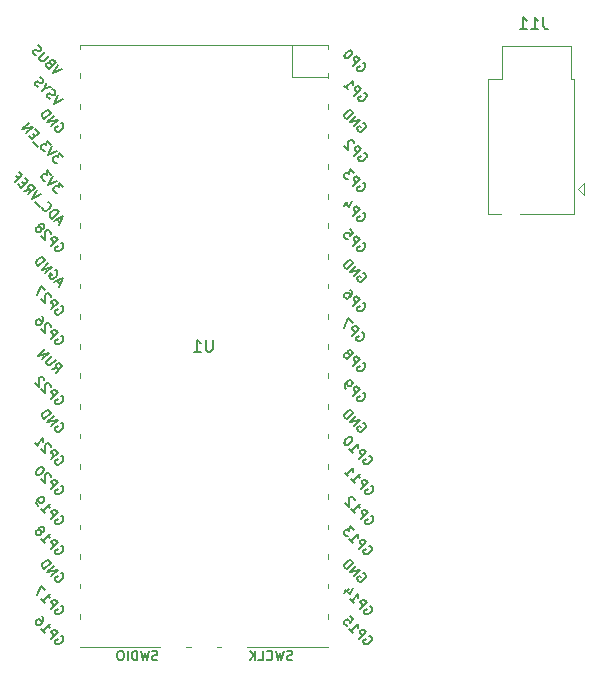
<source format=gbo>
G04 #@! TF.GenerationSoftware,KiCad,Pcbnew,5.1.5+dfsg1-2build2*
G04 #@! TF.CreationDate,2021-07-30T22:35:06+09:00*
G04 #@! TF.ProjectId,40keyboardpico,34306b65-7962-46f6-9172-647069636f2e,rev?*
G04 #@! TF.SameCoordinates,Original*
G04 #@! TF.FileFunction,Legend,Bot*
G04 #@! TF.FilePolarity,Positive*
%FSLAX46Y46*%
G04 Gerber Fmt 4.6, Leading zero omitted, Abs format (unit mm)*
G04 Created by KiCad (PCBNEW 5.1.5+dfsg1-2build2) date 2021-07-30 22:35:06*
%MOMM*%
%LPD*%
G04 APERTURE LIST*
%ADD10C,0.120000*%
%ADD11C,0.150000*%
G04 APERTURE END LIST*
D10*
X140505000Y-132180000D02*
X140105000Y-132180000D01*
X143105000Y-132180000D02*
X142705000Y-132180000D01*
X131105000Y-132180000D02*
X137905000Y-132180000D01*
X131105000Y-121780000D02*
X131105000Y-122180000D01*
X131105000Y-114080000D02*
X131105000Y-114480000D01*
X131105000Y-88680000D02*
X131105000Y-89080000D01*
X131105000Y-81180000D02*
X131105000Y-81480000D01*
X131105000Y-103980000D02*
X131105000Y-104380000D01*
X131105000Y-119180000D02*
X131105000Y-119580000D01*
X131105000Y-98880000D02*
X131105000Y-99280000D01*
X131105000Y-93780000D02*
X131105000Y-94180000D01*
X131105000Y-106480000D02*
X131105000Y-106880000D01*
X131105000Y-111580000D02*
X131105000Y-111980000D01*
X131105000Y-126780000D02*
X131105000Y-127180000D01*
X131105000Y-129380000D02*
X131105000Y-129780000D01*
X131105000Y-124280000D02*
X131105000Y-124680000D01*
X131105000Y-91280000D02*
X131105000Y-91680000D01*
X131105000Y-83580000D02*
X131105000Y-83980000D01*
X131105000Y-86180000D02*
X131105000Y-86580000D01*
X131105000Y-116680000D02*
X131105000Y-117080000D01*
X131105000Y-108980000D02*
X131105000Y-109380000D01*
X131105000Y-101380000D02*
X131105000Y-101780000D01*
X131105000Y-96280000D02*
X131105000Y-96680000D01*
X152105000Y-129380000D02*
X152105000Y-129780000D01*
X152105000Y-126780000D02*
X152105000Y-127180000D01*
X152105000Y-124280000D02*
X152105000Y-124680000D01*
X152105000Y-121780000D02*
X152105000Y-122180000D01*
X152105000Y-119180000D02*
X152105000Y-119580000D01*
X152105000Y-116680000D02*
X152105000Y-117080000D01*
X152105000Y-114080000D02*
X152105000Y-114480000D01*
X152105000Y-111580000D02*
X152105000Y-111980000D01*
X152105000Y-108980000D02*
X152105000Y-109380000D01*
X152105000Y-106480000D02*
X152105000Y-106880000D01*
X152105000Y-103980000D02*
X152105000Y-104380000D01*
X152105000Y-101380000D02*
X152105000Y-101780000D01*
X152105000Y-98880000D02*
X152105000Y-99280000D01*
X152105000Y-96280000D02*
X152105000Y-96680000D01*
X152105000Y-93780000D02*
X152105000Y-94180000D01*
X152105000Y-91280000D02*
X152105000Y-91680000D01*
X152105000Y-88680000D02*
X152105000Y-89080000D01*
X152105000Y-86180000D02*
X152105000Y-86580000D01*
X152105000Y-83580000D02*
X152105000Y-83980000D01*
X152105000Y-81180000D02*
X152105000Y-81480000D01*
X149098000Y-83847000D02*
X149098000Y-81180000D01*
X152105000Y-83847000D02*
X149098000Y-83847000D01*
X145305000Y-132180000D02*
X152105000Y-132180000D01*
X152105000Y-81180000D02*
X131105000Y-81180000D01*
X173785000Y-93845000D02*
X173285000Y-93345000D01*
X173785000Y-92845000D02*
X173785000Y-93845000D01*
X173285000Y-93345000D02*
X173785000Y-92845000D01*
X172985000Y-84045000D02*
X172985000Y-95445000D01*
X172985000Y-95445000D02*
X168385000Y-95445000D01*
X165685000Y-95445000D02*
X166785000Y-95445000D01*
X166885000Y-84045000D02*
X165685000Y-84045000D01*
X172985000Y-84045000D02*
X172685000Y-84045000D01*
X166885000Y-81245000D02*
X172685000Y-81245000D01*
X165685000Y-84045000D02*
X165685000Y-95445000D01*
X166885000Y-84045000D02*
X166885000Y-81245000D01*
X172685000Y-84045000D02*
X172685000Y-81245000D01*
D11*
X142366904Y-106132380D02*
X142366904Y-106941904D01*
X142319285Y-107037142D01*
X142271666Y-107084761D01*
X142176428Y-107132380D01*
X141985952Y-107132380D01*
X141890714Y-107084761D01*
X141843095Y-107037142D01*
X141795476Y-106941904D01*
X141795476Y-106132380D01*
X140795476Y-107132380D02*
X141366904Y-107132380D01*
X141081190Y-107132380D02*
X141081190Y-106132380D01*
X141176428Y-106275238D01*
X141271666Y-106370476D01*
X141366904Y-106418095D01*
X155191903Y-85201218D02*
X155272715Y-85228155D01*
X155353528Y-85308967D01*
X155407402Y-85416717D01*
X155407402Y-85524467D01*
X155380465Y-85605279D01*
X155299653Y-85739966D01*
X155218841Y-85820778D01*
X155084154Y-85901590D01*
X155003341Y-85928528D01*
X154895592Y-85928528D01*
X154787842Y-85874653D01*
X154733967Y-85820778D01*
X154680093Y-85713028D01*
X154680093Y-85659154D01*
X154868654Y-85470592D01*
X154976404Y-85578341D01*
X154383781Y-85470592D02*
X154949467Y-84904906D01*
X154733967Y-84689407D01*
X154653155Y-84662470D01*
X154599280Y-84662470D01*
X154518468Y-84689407D01*
X154437656Y-84770219D01*
X154410719Y-84851032D01*
X154410719Y-84904906D01*
X154437656Y-84985719D01*
X154653155Y-85201218D01*
X153521784Y-84608595D02*
X153845033Y-84931844D01*
X153683409Y-84770219D02*
X154249094Y-84204534D01*
X154222157Y-84339221D01*
X154222157Y-84446971D01*
X154249094Y-84527783D01*
X155191903Y-90291218D02*
X155272715Y-90318155D01*
X155353528Y-90398967D01*
X155407402Y-90506717D01*
X155407402Y-90614467D01*
X155380465Y-90695279D01*
X155299653Y-90829966D01*
X155218841Y-90910778D01*
X155084154Y-90991590D01*
X155003341Y-91018528D01*
X154895592Y-91018528D01*
X154787842Y-90964653D01*
X154733967Y-90910778D01*
X154680093Y-90803028D01*
X154680093Y-90749154D01*
X154868654Y-90560592D01*
X154976404Y-90668341D01*
X154383781Y-90560592D02*
X154949467Y-89994906D01*
X154733967Y-89779407D01*
X154653155Y-89752470D01*
X154599280Y-89752470D01*
X154518468Y-89779407D01*
X154437656Y-89860219D01*
X154410719Y-89941032D01*
X154410719Y-89994906D01*
X154437656Y-90075719D01*
X154653155Y-90291218D01*
X154356844Y-89510033D02*
X154356844Y-89456158D01*
X154329906Y-89375346D01*
X154195219Y-89240659D01*
X154114407Y-89213722D01*
X154060532Y-89213722D01*
X153979720Y-89240659D01*
X153925845Y-89294534D01*
X153871971Y-89402284D01*
X153871971Y-90048781D01*
X153521784Y-89698595D01*
X155091903Y-82671218D02*
X155172715Y-82698155D01*
X155253528Y-82778967D01*
X155307402Y-82886717D01*
X155307402Y-82994467D01*
X155280465Y-83075279D01*
X155199653Y-83209966D01*
X155118841Y-83290778D01*
X154984154Y-83371590D01*
X154903341Y-83398528D01*
X154795592Y-83398528D01*
X154687842Y-83344653D01*
X154633967Y-83290778D01*
X154580093Y-83183028D01*
X154580093Y-83129154D01*
X154768654Y-82940592D01*
X154876404Y-83048341D01*
X154283781Y-82940592D02*
X154849467Y-82374906D01*
X154633967Y-82159407D01*
X154553155Y-82132470D01*
X154499280Y-82132470D01*
X154418468Y-82159407D01*
X154337656Y-82240219D01*
X154310719Y-82321032D01*
X154310719Y-82374906D01*
X154337656Y-82455719D01*
X154553155Y-82671218D01*
X154176032Y-81701471D02*
X154122157Y-81647597D01*
X154041345Y-81620659D01*
X153987470Y-81620659D01*
X153906658Y-81647597D01*
X153771971Y-81728409D01*
X153637284Y-81863096D01*
X153556471Y-81997783D01*
X153529534Y-82078595D01*
X153529534Y-82132470D01*
X153556471Y-82213282D01*
X153610346Y-82267157D01*
X153691158Y-82294094D01*
X153745033Y-82294094D01*
X153825845Y-82267157D01*
X153960532Y-82186345D01*
X154095219Y-82051658D01*
X154176032Y-81916971D01*
X154202969Y-81836158D01*
X154202969Y-81782284D01*
X154176032Y-81701471D01*
X155091903Y-92831218D02*
X155172715Y-92858155D01*
X155253528Y-92938967D01*
X155307402Y-93046717D01*
X155307402Y-93154467D01*
X155280465Y-93235279D01*
X155199653Y-93369966D01*
X155118841Y-93450778D01*
X154984154Y-93531590D01*
X154903341Y-93558528D01*
X154795592Y-93558528D01*
X154687842Y-93504653D01*
X154633967Y-93450778D01*
X154580093Y-93343028D01*
X154580093Y-93289154D01*
X154768654Y-93100592D01*
X154876404Y-93208341D01*
X154283781Y-93100592D02*
X154849467Y-92534906D01*
X154633967Y-92319407D01*
X154553155Y-92292470D01*
X154499280Y-92292470D01*
X154418468Y-92319407D01*
X154337656Y-92400219D01*
X154310719Y-92481032D01*
X154310719Y-92534906D01*
X154337656Y-92615719D01*
X154553155Y-92831218D01*
X154337656Y-92023096D02*
X153987470Y-91672910D01*
X153960532Y-92076971D01*
X153879720Y-91996158D01*
X153798908Y-91969221D01*
X153745033Y-91969221D01*
X153664221Y-91996158D01*
X153529534Y-92130845D01*
X153502597Y-92211658D01*
X153502597Y-92265532D01*
X153529534Y-92346345D01*
X153691158Y-92507969D01*
X153771971Y-92534906D01*
X153825845Y-92534906D01*
X155091903Y-95371218D02*
X155172715Y-95398155D01*
X155253528Y-95478967D01*
X155307402Y-95586717D01*
X155307402Y-95694467D01*
X155280465Y-95775279D01*
X155199653Y-95909966D01*
X155118841Y-95990778D01*
X154984154Y-96071590D01*
X154903341Y-96098528D01*
X154795592Y-96098528D01*
X154687842Y-96044653D01*
X154633967Y-95990778D01*
X154580093Y-95883028D01*
X154580093Y-95829154D01*
X154768654Y-95640592D01*
X154876404Y-95748341D01*
X154283781Y-95640592D02*
X154849467Y-95074906D01*
X154633967Y-94859407D01*
X154553155Y-94832470D01*
X154499280Y-94832470D01*
X154418468Y-94859407D01*
X154337656Y-94940219D01*
X154310719Y-95021032D01*
X154310719Y-95074906D01*
X154337656Y-95155719D01*
X154553155Y-95371218D01*
X153852783Y-94455346D02*
X153475659Y-94832470D01*
X154202969Y-94374534D02*
X153933595Y-94913282D01*
X153583409Y-94563096D01*
X155091903Y-97911218D02*
X155172715Y-97938155D01*
X155253528Y-98018967D01*
X155307402Y-98126717D01*
X155307402Y-98234467D01*
X155280465Y-98315279D01*
X155199653Y-98449966D01*
X155118841Y-98530778D01*
X154984154Y-98611590D01*
X154903341Y-98638528D01*
X154795592Y-98638528D01*
X154687842Y-98584653D01*
X154633967Y-98530778D01*
X154580093Y-98423028D01*
X154580093Y-98369154D01*
X154768654Y-98180592D01*
X154876404Y-98288341D01*
X154283781Y-98180592D02*
X154849467Y-97614906D01*
X154633967Y-97399407D01*
X154553155Y-97372470D01*
X154499280Y-97372470D01*
X154418468Y-97399407D01*
X154337656Y-97480219D01*
X154310719Y-97561032D01*
X154310719Y-97614906D01*
X154337656Y-97695719D01*
X154553155Y-97911218D01*
X154014407Y-96779847D02*
X154283781Y-97049221D01*
X154041345Y-97345532D01*
X154041345Y-97291658D01*
X154014407Y-97210845D01*
X153879720Y-97076158D01*
X153798908Y-97049221D01*
X153745033Y-97049221D01*
X153664221Y-97076158D01*
X153529534Y-97210845D01*
X153502597Y-97291658D01*
X153502597Y-97345532D01*
X153529534Y-97426345D01*
X153664221Y-97561032D01*
X153745033Y-97587969D01*
X153798908Y-97587969D01*
X155091903Y-102991218D02*
X155172715Y-103018155D01*
X155253528Y-103098967D01*
X155307402Y-103206717D01*
X155307402Y-103314467D01*
X155280465Y-103395279D01*
X155199653Y-103529966D01*
X155118841Y-103610778D01*
X154984154Y-103691590D01*
X154903341Y-103718528D01*
X154795592Y-103718528D01*
X154687842Y-103664653D01*
X154633967Y-103610778D01*
X154580093Y-103503028D01*
X154580093Y-103449154D01*
X154768654Y-103260592D01*
X154876404Y-103368341D01*
X154283781Y-103260592D02*
X154849467Y-102694906D01*
X154633967Y-102479407D01*
X154553155Y-102452470D01*
X154499280Y-102452470D01*
X154418468Y-102479407D01*
X154337656Y-102560219D01*
X154310719Y-102641032D01*
X154310719Y-102694906D01*
X154337656Y-102775719D01*
X154553155Y-102991218D01*
X154041345Y-101886784D02*
X154149094Y-101994534D01*
X154176032Y-102075346D01*
X154176032Y-102129221D01*
X154149094Y-102263908D01*
X154068282Y-102398595D01*
X153852783Y-102614094D01*
X153771971Y-102641032D01*
X153718096Y-102641032D01*
X153637284Y-102614094D01*
X153529534Y-102506345D01*
X153502597Y-102425532D01*
X153502597Y-102371658D01*
X153529534Y-102290845D01*
X153664221Y-102156158D01*
X153745033Y-102129221D01*
X153798908Y-102129221D01*
X153879720Y-102156158D01*
X153987470Y-102263908D01*
X154014407Y-102344720D01*
X154014407Y-102398595D01*
X153987470Y-102479407D01*
X154991903Y-105501218D02*
X155072715Y-105528155D01*
X155153528Y-105608967D01*
X155207402Y-105716717D01*
X155207402Y-105824467D01*
X155180465Y-105905279D01*
X155099653Y-106039966D01*
X155018841Y-106120778D01*
X154884154Y-106201590D01*
X154803341Y-106228528D01*
X154695592Y-106228528D01*
X154587842Y-106174653D01*
X154533967Y-106120778D01*
X154480093Y-106013028D01*
X154480093Y-105959154D01*
X154668654Y-105770592D01*
X154776404Y-105878341D01*
X154183781Y-105770592D02*
X154749467Y-105204906D01*
X154533967Y-104989407D01*
X154453155Y-104962470D01*
X154399280Y-104962470D01*
X154318468Y-104989407D01*
X154237656Y-105070219D01*
X154210719Y-105151032D01*
X154210719Y-105204906D01*
X154237656Y-105285719D01*
X154453155Y-105501218D01*
X154237656Y-104693096D02*
X153860532Y-104315972D01*
X153537284Y-105124094D01*
X155091903Y-108071218D02*
X155172715Y-108098155D01*
X155253528Y-108178967D01*
X155307402Y-108286717D01*
X155307402Y-108394467D01*
X155280465Y-108475279D01*
X155199653Y-108609966D01*
X155118841Y-108690778D01*
X154984154Y-108771590D01*
X154903341Y-108798528D01*
X154795592Y-108798528D01*
X154687842Y-108744653D01*
X154633967Y-108690778D01*
X154580093Y-108583028D01*
X154580093Y-108529154D01*
X154768654Y-108340592D01*
X154876404Y-108448341D01*
X154283781Y-108340592D02*
X154849467Y-107774906D01*
X154633967Y-107559407D01*
X154553155Y-107532470D01*
X154499280Y-107532470D01*
X154418468Y-107559407D01*
X154337656Y-107640219D01*
X154310719Y-107721032D01*
X154310719Y-107774906D01*
X154337656Y-107855719D01*
X154553155Y-108071218D01*
X153960532Y-107370845D02*
X154041345Y-107397783D01*
X154095219Y-107397783D01*
X154176032Y-107370845D01*
X154202969Y-107343908D01*
X154229906Y-107263096D01*
X154229906Y-107209221D01*
X154202969Y-107128409D01*
X154095219Y-107020659D01*
X154014407Y-106993722D01*
X153960532Y-106993722D01*
X153879720Y-107020659D01*
X153852783Y-107047597D01*
X153825845Y-107128409D01*
X153825845Y-107182284D01*
X153852783Y-107263096D01*
X153960532Y-107370845D01*
X153987470Y-107451658D01*
X153987470Y-107505532D01*
X153960532Y-107586345D01*
X153852783Y-107694094D01*
X153771971Y-107721032D01*
X153718096Y-107721032D01*
X153637284Y-107694094D01*
X153529534Y-107586345D01*
X153502597Y-107505532D01*
X153502597Y-107451658D01*
X153529534Y-107370845D01*
X153637284Y-107263096D01*
X153718096Y-107236158D01*
X153771971Y-107236158D01*
X153852783Y-107263096D01*
X155091903Y-110611218D02*
X155172715Y-110638155D01*
X155253528Y-110718967D01*
X155307402Y-110826717D01*
X155307402Y-110934467D01*
X155280465Y-111015279D01*
X155199653Y-111149966D01*
X155118841Y-111230778D01*
X154984154Y-111311590D01*
X154903341Y-111338528D01*
X154795592Y-111338528D01*
X154687842Y-111284653D01*
X154633967Y-111230778D01*
X154580093Y-111123028D01*
X154580093Y-111069154D01*
X154768654Y-110880592D01*
X154876404Y-110988341D01*
X154283781Y-110880592D02*
X154849467Y-110314906D01*
X154633967Y-110099407D01*
X154553155Y-110072470D01*
X154499280Y-110072470D01*
X154418468Y-110099407D01*
X154337656Y-110180219D01*
X154310719Y-110261032D01*
X154310719Y-110314906D01*
X154337656Y-110395719D01*
X154553155Y-110611218D01*
X153691158Y-110287969D02*
X153583409Y-110180219D01*
X153556471Y-110099407D01*
X153556471Y-110045532D01*
X153583409Y-109910845D01*
X153664221Y-109776158D01*
X153879720Y-109560659D01*
X153960532Y-109533722D01*
X154014407Y-109533722D01*
X154095219Y-109560659D01*
X154202969Y-109668409D01*
X154229906Y-109749221D01*
X154229906Y-109803096D01*
X154202969Y-109883908D01*
X154068282Y-110018595D01*
X153987470Y-110045532D01*
X153933595Y-110045532D01*
X153852783Y-110018595D01*
X153745033Y-109910845D01*
X153718096Y-109830033D01*
X153718096Y-109776158D01*
X153745033Y-109695346D01*
X155615277Y-115960592D02*
X155696089Y-115987529D01*
X155776902Y-116068341D01*
X155830776Y-116176091D01*
X155830776Y-116283841D01*
X155803839Y-116364653D01*
X155723027Y-116499340D01*
X155642215Y-116580152D01*
X155507528Y-116660964D01*
X155426715Y-116687902D01*
X155318966Y-116687902D01*
X155211216Y-116634027D01*
X155157341Y-116580152D01*
X155103467Y-116472402D01*
X155103467Y-116418528D01*
X155292028Y-116229966D01*
X155399778Y-116337715D01*
X154807155Y-116229966D02*
X155372841Y-115664280D01*
X155157341Y-115448781D01*
X155076529Y-115421844D01*
X155022654Y-115421844D01*
X154941842Y-115448781D01*
X154861030Y-115529593D01*
X154834093Y-115610406D01*
X154834093Y-115664280D01*
X154861030Y-115745093D01*
X155076529Y-115960592D01*
X153945158Y-115367969D02*
X154268407Y-115691218D01*
X154106783Y-115529593D02*
X154672468Y-114963908D01*
X154645531Y-115098595D01*
X154645531Y-115206345D01*
X154672468Y-115287157D01*
X154160658Y-114452097D02*
X154106783Y-114398223D01*
X154025971Y-114371285D01*
X153972096Y-114371285D01*
X153891284Y-114398223D01*
X153756597Y-114479035D01*
X153621910Y-114613722D01*
X153541097Y-114748409D01*
X153514160Y-114829221D01*
X153514160Y-114883096D01*
X153541097Y-114963908D01*
X153594972Y-115017783D01*
X153675784Y-115044720D01*
X153729659Y-115044720D01*
X153810471Y-115017783D01*
X153945158Y-114936971D01*
X154079845Y-114802284D01*
X154160658Y-114667597D01*
X154187595Y-114586784D01*
X154187595Y-114532910D01*
X154160658Y-114452097D01*
X155761277Y-118500592D02*
X155842089Y-118527529D01*
X155922902Y-118608341D01*
X155976776Y-118716091D01*
X155976776Y-118823841D01*
X155949839Y-118904653D01*
X155869027Y-119039340D01*
X155788215Y-119120152D01*
X155653528Y-119200964D01*
X155572715Y-119227902D01*
X155464966Y-119227902D01*
X155357216Y-119174027D01*
X155303341Y-119120152D01*
X155249467Y-119012402D01*
X155249467Y-118958528D01*
X155438028Y-118769966D01*
X155545778Y-118877715D01*
X154953155Y-118769966D02*
X155518841Y-118204280D01*
X155303341Y-117988781D01*
X155222529Y-117961844D01*
X155168654Y-117961844D01*
X155087842Y-117988781D01*
X155007030Y-118069593D01*
X154980093Y-118150406D01*
X154980093Y-118204280D01*
X155007030Y-118285093D01*
X155222529Y-118500592D01*
X154091158Y-117907969D02*
X154414407Y-118231218D01*
X154252783Y-118069593D02*
X154818468Y-117503908D01*
X154791531Y-117638595D01*
X154791531Y-117746345D01*
X154818468Y-117827157D01*
X153552410Y-117369221D02*
X153875659Y-117692470D01*
X153714035Y-117530845D02*
X154279720Y-116965160D01*
X154252783Y-117099847D01*
X154252783Y-117207597D01*
X154279720Y-117288409D01*
X155761277Y-121040592D02*
X155842089Y-121067529D01*
X155922902Y-121148341D01*
X155976776Y-121256091D01*
X155976776Y-121363841D01*
X155949839Y-121444653D01*
X155869027Y-121579340D01*
X155788215Y-121660152D01*
X155653528Y-121740964D01*
X155572715Y-121767902D01*
X155464966Y-121767902D01*
X155357216Y-121714027D01*
X155303341Y-121660152D01*
X155249467Y-121552402D01*
X155249467Y-121498528D01*
X155438028Y-121309966D01*
X155545778Y-121417715D01*
X154953155Y-121309966D02*
X155518841Y-120744280D01*
X155303341Y-120528781D01*
X155222529Y-120501844D01*
X155168654Y-120501844D01*
X155087842Y-120528781D01*
X155007030Y-120609593D01*
X154980093Y-120690406D01*
X154980093Y-120744280D01*
X155007030Y-120825093D01*
X155222529Y-121040592D01*
X154091158Y-120447969D02*
X154414407Y-120771218D01*
X154252783Y-120609593D02*
X154818468Y-120043908D01*
X154791531Y-120178595D01*
X154791531Y-120286345D01*
X154818468Y-120367157D01*
X154387470Y-119720659D02*
X154387470Y-119666784D01*
X154360532Y-119585972D01*
X154225845Y-119451285D01*
X154145033Y-119424348D01*
X154091158Y-119424348D01*
X154010346Y-119451285D01*
X153956471Y-119505160D01*
X153902597Y-119612910D01*
X153902597Y-120259407D01*
X153552410Y-119909221D01*
X155615277Y-123580592D02*
X155696089Y-123607529D01*
X155776902Y-123688341D01*
X155830776Y-123796091D01*
X155830776Y-123903841D01*
X155803839Y-123984653D01*
X155723027Y-124119340D01*
X155642215Y-124200152D01*
X155507528Y-124280964D01*
X155426715Y-124307902D01*
X155318966Y-124307902D01*
X155211216Y-124254027D01*
X155157341Y-124200152D01*
X155103467Y-124092402D01*
X155103467Y-124038528D01*
X155292028Y-123849966D01*
X155399778Y-123957715D01*
X154807155Y-123849966D02*
X155372841Y-123284280D01*
X155157341Y-123068781D01*
X155076529Y-123041844D01*
X155022654Y-123041844D01*
X154941842Y-123068781D01*
X154861030Y-123149593D01*
X154834093Y-123230406D01*
X154834093Y-123284280D01*
X154861030Y-123365093D01*
X155076529Y-123580592D01*
X153945158Y-122987969D02*
X154268407Y-123311218D01*
X154106783Y-123149593D02*
X154672468Y-122583908D01*
X154645531Y-122718595D01*
X154645531Y-122826345D01*
X154672468Y-122907157D01*
X154322282Y-122233722D02*
X153972096Y-121883536D01*
X153945158Y-122287597D01*
X153864346Y-122206784D01*
X153783534Y-122179847D01*
X153729659Y-122179847D01*
X153648847Y-122206784D01*
X153514160Y-122341471D01*
X153487223Y-122422284D01*
X153487223Y-122476158D01*
X153514160Y-122556971D01*
X153675784Y-122718595D01*
X153756597Y-122745532D01*
X153810471Y-122745532D01*
X155661277Y-128660592D02*
X155742089Y-128687529D01*
X155822902Y-128768341D01*
X155876776Y-128876091D01*
X155876776Y-128983841D01*
X155849839Y-129064653D01*
X155769027Y-129199340D01*
X155688215Y-129280152D01*
X155553528Y-129360964D01*
X155472715Y-129387902D01*
X155364966Y-129387902D01*
X155257216Y-129334027D01*
X155203341Y-129280152D01*
X155149467Y-129172402D01*
X155149467Y-129118528D01*
X155338028Y-128929966D01*
X155445778Y-129037715D01*
X154853155Y-128929966D02*
X155418841Y-128364280D01*
X155203341Y-128148781D01*
X155122529Y-128121844D01*
X155068654Y-128121844D01*
X154987842Y-128148781D01*
X154907030Y-128229593D01*
X154880093Y-128310406D01*
X154880093Y-128364280D01*
X154907030Y-128445093D01*
X155122529Y-128660592D01*
X153991158Y-128067969D02*
X154314407Y-128391218D01*
X154152783Y-128229593D02*
X154718468Y-127663908D01*
X154691531Y-127798595D01*
X154691531Y-127906345D01*
X154718468Y-127987157D01*
X153883409Y-127205972D02*
X153506285Y-127583096D01*
X154233595Y-127125160D02*
X153964221Y-127663908D01*
X153614035Y-127313722D01*
X155615277Y-131200592D02*
X155696089Y-131227529D01*
X155776902Y-131308341D01*
X155830776Y-131416091D01*
X155830776Y-131523841D01*
X155803839Y-131604653D01*
X155723027Y-131739340D01*
X155642215Y-131820152D01*
X155507528Y-131900964D01*
X155426715Y-131927902D01*
X155318966Y-131927902D01*
X155211216Y-131874027D01*
X155157341Y-131820152D01*
X155103467Y-131712402D01*
X155103467Y-131658528D01*
X155292028Y-131469966D01*
X155399778Y-131577715D01*
X154807155Y-131469966D02*
X155372841Y-130904280D01*
X155157341Y-130688781D01*
X155076529Y-130661844D01*
X155022654Y-130661844D01*
X154941842Y-130688781D01*
X154861030Y-130769593D01*
X154834093Y-130850406D01*
X154834093Y-130904280D01*
X154861030Y-130985093D01*
X155076529Y-131200592D01*
X153945158Y-130607969D02*
X154268407Y-130931218D01*
X154106783Y-130769593D02*
X154672468Y-130203908D01*
X154645531Y-130338595D01*
X154645531Y-130446345D01*
X154672468Y-130527157D01*
X153999033Y-129530473D02*
X154268407Y-129799847D01*
X154025971Y-130096158D01*
X154025971Y-130042284D01*
X153999033Y-129961471D01*
X153864346Y-129826784D01*
X153783534Y-129799847D01*
X153729659Y-129799847D01*
X153648847Y-129826784D01*
X153514160Y-129961471D01*
X153487223Y-130042284D01*
X153487223Y-130096158D01*
X153514160Y-130176971D01*
X153648847Y-130311658D01*
X153729659Y-130338595D01*
X153783534Y-130338595D01*
X129507277Y-131200592D02*
X129588089Y-131227529D01*
X129668902Y-131308341D01*
X129722776Y-131416091D01*
X129722776Y-131523841D01*
X129695839Y-131604653D01*
X129615027Y-131739340D01*
X129534215Y-131820152D01*
X129399528Y-131900964D01*
X129318715Y-131927902D01*
X129210966Y-131927902D01*
X129103216Y-131874027D01*
X129049341Y-131820152D01*
X128995467Y-131712402D01*
X128995467Y-131658528D01*
X129184028Y-131469966D01*
X129291778Y-131577715D01*
X128699155Y-131469966D02*
X129264841Y-130904280D01*
X129049341Y-130688781D01*
X128968529Y-130661844D01*
X128914654Y-130661844D01*
X128833842Y-130688781D01*
X128753030Y-130769593D01*
X128726093Y-130850406D01*
X128726093Y-130904280D01*
X128753030Y-130985093D01*
X128968529Y-131200592D01*
X127837158Y-130607969D02*
X128160407Y-130931218D01*
X127998783Y-130769593D02*
X128564468Y-130203908D01*
X128537531Y-130338595D01*
X128537531Y-130446345D01*
X128564468Y-130527157D01*
X127917971Y-129557410D02*
X128025720Y-129665160D01*
X128052658Y-129745972D01*
X128052658Y-129799847D01*
X128025720Y-129934534D01*
X127944908Y-130069221D01*
X127729409Y-130284720D01*
X127648597Y-130311658D01*
X127594722Y-130311658D01*
X127513910Y-130284720D01*
X127406160Y-130176971D01*
X127379223Y-130096158D01*
X127379223Y-130042284D01*
X127406160Y-129961471D01*
X127540847Y-129826784D01*
X127621659Y-129799847D01*
X127675534Y-129799847D01*
X127756346Y-129826784D01*
X127864096Y-129934534D01*
X127891033Y-130015346D01*
X127891033Y-130069221D01*
X127864096Y-130150033D01*
X129507277Y-128660592D02*
X129588089Y-128687529D01*
X129668902Y-128768341D01*
X129722776Y-128876091D01*
X129722776Y-128983841D01*
X129695839Y-129064653D01*
X129615027Y-129199340D01*
X129534215Y-129280152D01*
X129399528Y-129360964D01*
X129318715Y-129387902D01*
X129210966Y-129387902D01*
X129103216Y-129334027D01*
X129049341Y-129280152D01*
X128995467Y-129172402D01*
X128995467Y-129118528D01*
X129184028Y-128929966D01*
X129291778Y-129037715D01*
X128699155Y-128929966D02*
X129264841Y-128364280D01*
X129049341Y-128148781D01*
X128968529Y-128121844D01*
X128914654Y-128121844D01*
X128833842Y-128148781D01*
X128753030Y-128229593D01*
X128726093Y-128310406D01*
X128726093Y-128364280D01*
X128753030Y-128445093D01*
X128968529Y-128660592D01*
X127837158Y-128067969D02*
X128160407Y-128391218D01*
X127998783Y-128229593D02*
X128564468Y-127663908D01*
X128537531Y-127798595D01*
X128537531Y-127906345D01*
X128564468Y-127987157D01*
X128214282Y-127313722D02*
X127837158Y-126936598D01*
X127513910Y-127744720D01*
X129507277Y-123580592D02*
X129588089Y-123607529D01*
X129668902Y-123688341D01*
X129722776Y-123796091D01*
X129722776Y-123903841D01*
X129695839Y-123984653D01*
X129615027Y-124119340D01*
X129534215Y-124200152D01*
X129399528Y-124280964D01*
X129318715Y-124307902D01*
X129210966Y-124307902D01*
X129103216Y-124254027D01*
X129049341Y-124200152D01*
X128995467Y-124092402D01*
X128995467Y-124038528D01*
X129184028Y-123849966D01*
X129291778Y-123957715D01*
X128699155Y-123849966D02*
X129264841Y-123284280D01*
X129049341Y-123068781D01*
X128968529Y-123041844D01*
X128914654Y-123041844D01*
X128833842Y-123068781D01*
X128753030Y-123149593D01*
X128726093Y-123230406D01*
X128726093Y-123284280D01*
X128753030Y-123365093D01*
X128968529Y-123580592D01*
X127837158Y-122987969D02*
X128160407Y-123311218D01*
X127998783Y-123149593D02*
X128564468Y-122583908D01*
X128537531Y-122718595D01*
X128537531Y-122826345D01*
X128564468Y-122907157D01*
X127837158Y-122341471D02*
X127917971Y-122368409D01*
X127971845Y-122368409D01*
X128052658Y-122341471D01*
X128079595Y-122314534D01*
X128106532Y-122233722D01*
X128106532Y-122179847D01*
X128079595Y-122099035D01*
X127971845Y-121991285D01*
X127891033Y-121964348D01*
X127837158Y-121964348D01*
X127756346Y-121991285D01*
X127729409Y-122018223D01*
X127702471Y-122099035D01*
X127702471Y-122152910D01*
X127729409Y-122233722D01*
X127837158Y-122341471D01*
X127864096Y-122422284D01*
X127864096Y-122476158D01*
X127837158Y-122556971D01*
X127729409Y-122664720D01*
X127648597Y-122691658D01*
X127594722Y-122691658D01*
X127513910Y-122664720D01*
X127406160Y-122556971D01*
X127379223Y-122476158D01*
X127379223Y-122422284D01*
X127406160Y-122341471D01*
X127513910Y-122233722D01*
X127594722Y-122206784D01*
X127648597Y-122206784D01*
X127729409Y-122233722D01*
X129507277Y-121040592D02*
X129588089Y-121067529D01*
X129668902Y-121148341D01*
X129722776Y-121256091D01*
X129722776Y-121363841D01*
X129695839Y-121444653D01*
X129615027Y-121579340D01*
X129534215Y-121660152D01*
X129399528Y-121740964D01*
X129318715Y-121767902D01*
X129210966Y-121767902D01*
X129103216Y-121714027D01*
X129049341Y-121660152D01*
X128995467Y-121552402D01*
X128995467Y-121498528D01*
X129184028Y-121309966D01*
X129291778Y-121417715D01*
X128699155Y-121309966D02*
X129264841Y-120744280D01*
X129049341Y-120528781D01*
X128968529Y-120501844D01*
X128914654Y-120501844D01*
X128833842Y-120528781D01*
X128753030Y-120609593D01*
X128726093Y-120690406D01*
X128726093Y-120744280D01*
X128753030Y-120825093D01*
X128968529Y-121040592D01*
X127837158Y-120447969D02*
X128160407Y-120771218D01*
X127998783Y-120609593D02*
X128564468Y-120043908D01*
X128537531Y-120178595D01*
X128537531Y-120286345D01*
X128564468Y-120367157D01*
X127567784Y-120178595D02*
X127460035Y-120070845D01*
X127433097Y-119990033D01*
X127433097Y-119936158D01*
X127460035Y-119801471D01*
X127540847Y-119666784D01*
X127756346Y-119451285D01*
X127837158Y-119424348D01*
X127891033Y-119424348D01*
X127971845Y-119451285D01*
X128079595Y-119559035D01*
X128106532Y-119639847D01*
X128106532Y-119693722D01*
X128079595Y-119774534D01*
X127944908Y-119909221D01*
X127864096Y-119936158D01*
X127810221Y-119936158D01*
X127729409Y-119909221D01*
X127621659Y-119801471D01*
X127594722Y-119720659D01*
X127594722Y-119666784D01*
X127621659Y-119585972D01*
X129507277Y-118500592D02*
X129588089Y-118527529D01*
X129668902Y-118608341D01*
X129722776Y-118716091D01*
X129722776Y-118823841D01*
X129695839Y-118904653D01*
X129615027Y-119039340D01*
X129534215Y-119120152D01*
X129399528Y-119200964D01*
X129318715Y-119227902D01*
X129210966Y-119227902D01*
X129103216Y-119174027D01*
X129049341Y-119120152D01*
X128995467Y-119012402D01*
X128995467Y-118958528D01*
X129184028Y-118769966D01*
X129291778Y-118877715D01*
X128699155Y-118769966D02*
X129264841Y-118204280D01*
X129049341Y-117988781D01*
X128968529Y-117961844D01*
X128914654Y-117961844D01*
X128833842Y-117988781D01*
X128753030Y-118069593D01*
X128726093Y-118150406D01*
X128726093Y-118204280D01*
X128753030Y-118285093D01*
X128968529Y-118500592D01*
X128672218Y-117719407D02*
X128672218Y-117665532D01*
X128645280Y-117584720D01*
X128510593Y-117450033D01*
X128429781Y-117423096D01*
X128375906Y-117423096D01*
X128295094Y-117450033D01*
X128241219Y-117503908D01*
X128187345Y-117611658D01*
X128187345Y-118258155D01*
X127837158Y-117907969D01*
X128052658Y-116992097D02*
X127998783Y-116938223D01*
X127917971Y-116911285D01*
X127864096Y-116911285D01*
X127783284Y-116938223D01*
X127648597Y-117019035D01*
X127513910Y-117153722D01*
X127433097Y-117288409D01*
X127406160Y-117369221D01*
X127406160Y-117423096D01*
X127433097Y-117503908D01*
X127486972Y-117557783D01*
X127567784Y-117584720D01*
X127621659Y-117584720D01*
X127702471Y-117557783D01*
X127837158Y-117476971D01*
X127971845Y-117342284D01*
X128052658Y-117207597D01*
X128079595Y-117126784D01*
X128079595Y-117072910D01*
X128052658Y-116992097D01*
X129507277Y-115970592D02*
X129588089Y-115997529D01*
X129668902Y-116078341D01*
X129722776Y-116186091D01*
X129722776Y-116293841D01*
X129695839Y-116374653D01*
X129615027Y-116509340D01*
X129534215Y-116590152D01*
X129399528Y-116670964D01*
X129318715Y-116697902D01*
X129210966Y-116697902D01*
X129103216Y-116644027D01*
X129049341Y-116590152D01*
X128995467Y-116482402D01*
X128995467Y-116428528D01*
X129184028Y-116239966D01*
X129291778Y-116347715D01*
X128699155Y-116239966D02*
X129264841Y-115674280D01*
X129049341Y-115458781D01*
X128968529Y-115431844D01*
X128914654Y-115431844D01*
X128833842Y-115458781D01*
X128753030Y-115539593D01*
X128726093Y-115620406D01*
X128726093Y-115674280D01*
X128753030Y-115755093D01*
X128968529Y-115970592D01*
X128672218Y-115189407D02*
X128672218Y-115135532D01*
X128645280Y-115054720D01*
X128510593Y-114920033D01*
X128429781Y-114893096D01*
X128375906Y-114893096D01*
X128295094Y-114920033D01*
X128241219Y-114973908D01*
X128187345Y-115081658D01*
X128187345Y-115728155D01*
X127837158Y-115377969D01*
X127298410Y-114839221D02*
X127621659Y-115162470D01*
X127460035Y-115000845D02*
X128025720Y-114435160D01*
X127998783Y-114569847D01*
X127998783Y-114677597D01*
X128025720Y-114758409D01*
X129507277Y-110880592D02*
X129588089Y-110907529D01*
X129668902Y-110988341D01*
X129722776Y-111096091D01*
X129722776Y-111203841D01*
X129695839Y-111284653D01*
X129615027Y-111419340D01*
X129534215Y-111500152D01*
X129399528Y-111580964D01*
X129318715Y-111607902D01*
X129210966Y-111607902D01*
X129103216Y-111554027D01*
X129049341Y-111500152D01*
X128995467Y-111392402D01*
X128995467Y-111338528D01*
X129184028Y-111149966D01*
X129291778Y-111257715D01*
X128699155Y-111149966D02*
X129264841Y-110584280D01*
X129049341Y-110368781D01*
X128968529Y-110341844D01*
X128914654Y-110341844D01*
X128833842Y-110368781D01*
X128753030Y-110449593D01*
X128726093Y-110530406D01*
X128726093Y-110584280D01*
X128753030Y-110665093D01*
X128968529Y-110880592D01*
X128672218Y-110099407D02*
X128672218Y-110045532D01*
X128645280Y-109964720D01*
X128510593Y-109830033D01*
X128429781Y-109803096D01*
X128375906Y-109803096D01*
X128295094Y-109830033D01*
X128241219Y-109883908D01*
X128187345Y-109991658D01*
X128187345Y-110638155D01*
X127837158Y-110287969D01*
X128133470Y-109560659D02*
X128133470Y-109506784D01*
X128106532Y-109425972D01*
X127971845Y-109291285D01*
X127891033Y-109264348D01*
X127837158Y-109264348D01*
X127756346Y-109291285D01*
X127702471Y-109345160D01*
X127648597Y-109452910D01*
X127648597Y-110099407D01*
X127298410Y-109749221D01*
X128766624Y-108623435D02*
X129224560Y-108542622D01*
X129089873Y-108946683D02*
X129655558Y-108380998D01*
X129440059Y-108165499D01*
X129359247Y-108138561D01*
X129305372Y-108138561D01*
X129224560Y-108165499D01*
X129143748Y-108246311D01*
X129116810Y-108327123D01*
X129116810Y-108380998D01*
X129143748Y-108461810D01*
X129359247Y-108677309D01*
X129089873Y-107815312D02*
X128631937Y-108273248D01*
X128551125Y-108300186D01*
X128497250Y-108300186D01*
X128416438Y-108273248D01*
X128308688Y-108165499D01*
X128281751Y-108084687D01*
X128281751Y-108030812D01*
X128308688Y-107950000D01*
X128766624Y-107492064D01*
X127931564Y-107788375D02*
X128497250Y-107222690D01*
X127608316Y-107465126D01*
X128174001Y-106899441D01*
X129507277Y-105800592D02*
X129588089Y-105827529D01*
X129668902Y-105908341D01*
X129722776Y-106016091D01*
X129722776Y-106123841D01*
X129695839Y-106204653D01*
X129615027Y-106339340D01*
X129534215Y-106420152D01*
X129399528Y-106500964D01*
X129318715Y-106527902D01*
X129210966Y-106527902D01*
X129103216Y-106474027D01*
X129049341Y-106420152D01*
X128995467Y-106312402D01*
X128995467Y-106258528D01*
X129184028Y-106069966D01*
X129291778Y-106177715D01*
X128699155Y-106069966D02*
X129264841Y-105504280D01*
X129049341Y-105288781D01*
X128968529Y-105261844D01*
X128914654Y-105261844D01*
X128833842Y-105288781D01*
X128753030Y-105369593D01*
X128726093Y-105450406D01*
X128726093Y-105504280D01*
X128753030Y-105585093D01*
X128968529Y-105800592D01*
X128672218Y-105019407D02*
X128672218Y-104965532D01*
X128645280Y-104884720D01*
X128510593Y-104750033D01*
X128429781Y-104723096D01*
X128375906Y-104723096D01*
X128295094Y-104750033D01*
X128241219Y-104803908D01*
X128187345Y-104911658D01*
X128187345Y-105558155D01*
X127837158Y-105207969D01*
X127917971Y-104157410D02*
X128025720Y-104265160D01*
X128052658Y-104345972D01*
X128052658Y-104399847D01*
X128025720Y-104534534D01*
X127944908Y-104669221D01*
X127729409Y-104884720D01*
X127648597Y-104911658D01*
X127594722Y-104911658D01*
X127513910Y-104884720D01*
X127406160Y-104776971D01*
X127379223Y-104696158D01*
X127379223Y-104642284D01*
X127406160Y-104561471D01*
X127540847Y-104426784D01*
X127621659Y-104399847D01*
X127675534Y-104399847D01*
X127756346Y-104426784D01*
X127864096Y-104534534D01*
X127891033Y-104615346D01*
X127891033Y-104669221D01*
X127864096Y-104750033D01*
X129507277Y-103270592D02*
X129588089Y-103297529D01*
X129668902Y-103378341D01*
X129722776Y-103486091D01*
X129722776Y-103593841D01*
X129695839Y-103674653D01*
X129615027Y-103809340D01*
X129534215Y-103890152D01*
X129399528Y-103970964D01*
X129318715Y-103997902D01*
X129210966Y-103997902D01*
X129103216Y-103944027D01*
X129049341Y-103890152D01*
X128995467Y-103782402D01*
X128995467Y-103728528D01*
X129184028Y-103539966D01*
X129291778Y-103647715D01*
X128699155Y-103539966D02*
X129264841Y-102974280D01*
X129049341Y-102758781D01*
X128968529Y-102731844D01*
X128914654Y-102731844D01*
X128833842Y-102758781D01*
X128753030Y-102839593D01*
X128726093Y-102920406D01*
X128726093Y-102974280D01*
X128753030Y-103055093D01*
X128968529Y-103270592D01*
X128672218Y-102489407D02*
X128672218Y-102435532D01*
X128645280Y-102354720D01*
X128510593Y-102220033D01*
X128429781Y-102193096D01*
X128375906Y-102193096D01*
X128295094Y-102220033D01*
X128241219Y-102273908D01*
X128187345Y-102381658D01*
X128187345Y-103028155D01*
X127837158Y-102677969D01*
X128214282Y-101923722D02*
X127837158Y-101546598D01*
X127513910Y-102354720D01*
X129507277Y-97926592D02*
X129588089Y-97953529D01*
X129668902Y-98034341D01*
X129722776Y-98142091D01*
X129722776Y-98249841D01*
X129695839Y-98330653D01*
X129615027Y-98465340D01*
X129534215Y-98546152D01*
X129399528Y-98626964D01*
X129318715Y-98653902D01*
X129210966Y-98653902D01*
X129103216Y-98600027D01*
X129049341Y-98546152D01*
X128995467Y-98438402D01*
X128995467Y-98384528D01*
X129184028Y-98195966D01*
X129291778Y-98303715D01*
X128699155Y-98195966D02*
X129264841Y-97630280D01*
X129049341Y-97414781D01*
X128968529Y-97387844D01*
X128914654Y-97387844D01*
X128833842Y-97414781D01*
X128753030Y-97495593D01*
X128726093Y-97576406D01*
X128726093Y-97630280D01*
X128753030Y-97711093D01*
X128968529Y-97926592D01*
X128672218Y-97145407D02*
X128672218Y-97091532D01*
X128645280Y-97010720D01*
X128510593Y-96876033D01*
X128429781Y-96849096D01*
X128375906Y-96849096D01*
X128295094Y-96876033D01*
X128241219Y-96929908D01*
X128187345Y-97037658D01*
X128187345Y-97684155D01*
X127837158Y-97333969D01*
X127837158Y-96687471D02*
X127917971Y-96714409D01*
X127971845Y-96714409D01*
X128052658Y-96687471D01*
X128079595Y-96660534D01*
X128106532Y-96579722D01*
X128106532Y-96525847D01*
X128079595Y-96445035D01*
X127971845Y-96337285D01*
X127891033Y-96310348D01*
X127837158Y-96310348D01*
X127756346Y-96337285D01*
X127729409Y-96364223D01*
X127702471Y-96445035D01*
X127702471Y-96498910D01*
X127729409Y-96579722D01*
X127837158Y-96687471D01*
X127864096Y-96768284D01*
X127864096Y-96822158D01*
X127837158Y-96902971D01*
X127729409Y-97010720D01*
X127648597Y-97037658D01*
X127594722Y-97037658D01*
X127513910Y-97010720D01*
X127406160Y-96902971D01*
X127379223Y-96822158D01*
X127379223Y-96768284D01*
X127406160Y-96687471D01*
X127513910Y-96579722D01*
X127594722Y-96552784D01*
X127648597Y-96552784D01*
X127729409Y-96579722D01*
X129450211Y-96213773D02*
X129180837Y-95944399D01*
X129342462Y-96429272D02*
X129719585Y-95675025D01*
X128965338Y-96052149D01*
X128776776Y-95863587D02*
X129342462Y-95297902D01*
X129207775Y-95163215D01*
X129100025Y-95109340D01*
X128992276Y-95109340D01*
X128911463Y-95136277D01*
X128776776Y-95217089D01*
X128695964Y-95297902D01*
X128615152Y-95432589D01*
X128588215Y-95513401D01*
X128588215Y-95621150D01*
X128642089Y-95728900D01*
X128776776Y-95863587D01*
X127941717Y-94920778D02*
X127941717Y-94974653D01*
X127995592Y-95082402D01*
X128049467Y-95136277D01*
X128157216Y-95190152D01*
X128264966Y-95190152D01*
X128345778Y-95163215D01*
X128480465Y-95082402D01*
X128561277Y-95001590D01*
X128642089Y-94866903D01*
X128669027Y-94786091D01*
X128669027Y-94678341D01*
X128615152Y-94570592D01*
X128561277Y-94516717D01*
X128453528Y-94462842D01*
X128399653Y-94462842D01*
X127726218Y-94920778D02*
X127295219Y-94489780D01*
X127860905Y-93816345D02*
X127106658Y-94193468D01*
X127483781Y-93439221D01*
X126406285Y-93493096D02*
X126864221Y-93412284D01*
X126729534Y-93816345D02*
X127295219Y-93250659D01*
X127079720Y-93035160D01*
X126998908Y-93008223D01*
X126945033Y-93008223D01*
X126864221Y-93035160D01*
X126783409Y-93115972D01*
X126756471Y-93196784D01*
X126756471Y-93250659D01*
X126783409Y-93331471D01*
X126998908Y-93546971D01*
X126460160Y-92954348D02*
X126271598Y-92765786D01*
X125894475Y-92981285D02*
X126163849Y-93250659D01*
X126729534Y-92684974D01*
X126460160Y-92415600D01*
X125759788Y-92253975D02*
X125948349Y-92442537D01*
X125652038Y-92738849D02*
X126217723Y-92173163D01*
X125948349Y-91903789D01*
X129715152Y-93170592D02*
X129364966Y-92820406D01*
X129338028Y-93224467D01*
X129257216Y-93143654D01*
X129176404Y-93116717D01*
X129122529Y-93116717D01*
X129041717Y-93143654D01*
X128907030Y-93278341D01*
X128880093Y-93359154D01*
X128880093Y-93413028D01*
X128907030Y-93493841D01*
X129068654Y-93655465D01*
X129149467Y-93682402D01*
X129203341Y-93682402D01*
X129203341Y-92658781D02*
X128449094Y-93035905D01*
X128826218Y-92281658D01*
X128691531Y-92146971D02*
X128341345Y-91796784D01*
X128314407Y-92200845D01*
X128233595Y-92120033D01*
X128152783Y-92093096D01*
X128098908Y-92093096D01*
X128018096Y-92120033D01*
X127883409Y-92254720D01*
X127856471Y-92335532D01*
X127856471Y-92389407D01*
X127883409Y-92470219D01*
X128045033Y-92631844D01*
X128125845Y-92658781D01*
X128179720Y-92658781D01*
X129682868Y-90638308D02*
X129332682Y-90288122D01*
X129305744Y-90692183D01*
X129224932Y-90611370D01*
X129144120Y-90584433D01*
X129090245Y-90584433D01*
X129009433Y-90611370D01*
X128874746Y-90746057D01*
X128847809Y-90826870D01*
X128847809Y-90880744D01*
X128874746Y-90961557D01*
X129036370Y-91123181D01*
X129117183Y-91150118D01*
X129171057Y-91150118D01*
X129171057Y-90126497D02*
X128416810Y-90503621D01*
X128793934Y-89749374D01*
X128659247Y-89614687D02*
X128309061Y-89264500D01*
X128282123Y-89668561D01*
X128201311Y-89587749D01*
X128120499Y-89560812D01*
X128066624Y-89560812D01*
X127985812Y-89587749D01*
X127851125Y-89722436D01*
X127824187Y-89803248D01*
X127824187Y-89857123D01*
X127851125Y-89937935D01*
X128012749Y-90099560D01*
X128093561Y-90126497D01*
X128147436Y-90126497D01*
X127581751Y-89776311D02*
X127150752Y-89345312D01*
X127366251Y-88860439D02*
X127177690Y-88671877D01*
X126800566Y-88887377D02*
X127069940Y-89156751D01*
X127635625Y-88591065D01*
X127366251Y-88321691D01*
X126558129Y-88644940D02*
X127123815Y-88079255D01*
X126234881Y-88321691D01*
X126800566Y-87756006D01*
X129684526Y-85749966D02*
X128930279Y-86127089D01*
X129307402Y-85372842D01*
X128607030Y-85749966D02*
X128499280Y-85696091D01*
X128364593Y-85561404D01*
X128337656Y-85480592D01*
X128337656Y-85426717D01*
X128364593Y-85345905D01*
X128418468Y-85292030D01*
X128499280Y-85265093D01*
X128553155Y-85265093D01*
X128633967Y-85292030D01*
X128768654Y-85372842D01*
X128849467Y-85399780D01*
X128903341Y-85399780D01*
X128984154Y-85372842D01*
X129038028Y-85318967D01*
X129064966Y-85238155D01*
X129064966Y-85184280D01*
X129038028Y-85103468D01*
X128903341Y-84968781D01*
X128795592Y-84914906D01*
X128176032Y-84834094D02*
X127906658Y-85103468D01*
X128660905Y-84726345D02*
X128176032Y-84834094D01*
X128283781Y-84349221D01*
X127583409Y-84726345D02*
X127475659Y-84672470D01*
X127340972Y-84537783D01*
X127314035Y-84456971D01*
X127314035Y-84403096D01*
X127340972Y-84322284D01*
X127394847Y-84268409D01*
X127475659Y-84241471D01*
X127529534Y-84241471D01*
X127610346Y-84268409D01*
X127745033Y-84349221D01*
X127825845Y-84376158D01*
X127879720Y-84376158D01*
X127960532Y-84349221D01*
X128014407Y-84295346D01*
X128041345Y-84214534D01*
X128041345Y-84160659D01*
X128014407Y-84079847D01*
X127879720Y-83945160D01*
X127771971Y-83891285D01*
X129651870Y-83207309D02*
X128897622Y-83584433D01*
X129274746Y-82830186D01*
X128628248Y-82722436D02*
X128520499Y-82668561D01*
X128466624Y-82668561D01*
X128385812Y-82695499D01*
X128305000Y-82776311D01*
X128278062Y-82857123D01*
X128278062Y-82910998D01*
X128305000Y-82991810D01*
X128520499Y-83207309D01*
X129086184Y-82641624D01*
X128897622Y-82453062D01*
X128816810Y-82426125D01*
X128762935Y-82426125D01*
X128682123Y-82453062D01*
X128628248Y-82506937D01*
X128601311Y-82587749D01*
X128601311Y-82641624D01*
X128628248Y-82722436D01*
X128816810Y-82910998D01*
X128520499Y-82075938D02*
X128062563Y-82533874D01*
X127981751Y-82560812D01*
X127927876Y-82560812D01*
X127847064Y-82533874D01*
X127739314Y-82426125D01*
X127712377Y-82345312D01*
X127712377Y-82291438D01*
X127739314Y-82210625D01*
X128197250Y-81752690D01*
X127416065Y-82049001D02*
X127308316Y-81995126D01*
X127173629Y-81860439D01*
X127146691Y-81779627D01*
X127146691Y-81725752D01*
X127173629Y-81644940D01*
X127227503Y-81591065D01*
X127308316Y-81564128D01*
X127362190Y-81564128D01*
X127443003Y-81591065D01*
X127577690Y-81671877D01*
X127658502Y-81698815D01*
X127712377Y-81698815D01*
X127793189Y-81671877D01*
X127847064Y-81618003D01*
X127874001Y-81537190D01*
X127874001Y-81483316D01*
X127847064Y-81402503D01*
X127712377Y-81267816D01*
X127604627Y-81213942D01*
X155118841Y-87778155D02*
X155199653Y-87805093D01*
X155280465Y-87885905D01*
X155334340Y-87993654D01*
X155334340Y-88101404D01*
X155307402Y-88182216D01*
X155226590Y-88316903D01*
X155145778Y-88397715D01*
X155011091Y-88478528D01*
X154930279Y-88505465D01*
X154822529Y-88505465D01*
X154714780Y-88451590D01*
X154660905Y-88397715D01*
X154607030Y-88289966D01*
X154607030Y-88236091D01*
X154795592Y-88047529D01*
X154903341Y-88155279D01*
X154310719Y-88047529D02*
X154876404Y-87481844D01*
X153987470Y-87724280D01*
X154553155Y-87158595D01*
X153718096Y-87454906D02*
X154283781Y-86889221D01*
X154149094Y-86754534D01*
X154041345Y-86700659D01*
X153933595Y-86700659D01*
X153852783Y-86727597D01*
X153718096Y-86808409D01*
X153637284Y-86889221D01*
X153556471Y-87023908D01*
X153529534Y-87104720D01*
X153529534Y-87212470D01*
X153583409Y-87320219D01*
X153718096Y-87454906D01*
X155118841Y-100478155D02*
X155199653Y-100505093D01*
X155280465Y-100585905D01*
X155334340Y-100693654D01*
X155334340Y-100801404D01*
X155307402Y-100882216D01*
X155226590Y-101016903D01*
X155145778Y-101097715D01*
X155011091Y-101178528D01*
X154930279Y-101205465D01*
X154822529Y-101205465D01*
X154714780Y-101151590D01*
X154660905Y-101097715D01*
X154607030Y-100989966D01*
X154607030Y-100936091D01*
X154795592Y-100747529D01*
X154903341Y-100855279D01*
X154310719Y-100747529D02*
X154876404Y-100181844D01*
X153987470Y-100424280D01*
X154553155Y-99858595D01*
X153718096Y-100154906D02*
X154283781Y-99589221D01*
X154149094Y-99454534D01*
X154041345Y-99400659D01*
X153933595Y-99400659D01*
X153852783Y-99427597D01*
X153718096Y-99508409D01*
X153637284Y-99589221D01*
X153556471Y-99723908D01*
X153529534Y-99804720D01*
X153529534Y-99912470D01*
X153583409Y-100020219D01*
X153718096Y-100154906D01*
X155118841Y-113178155D02*
X155199653Y-113205093D01*
X155280465Y-113285905D01*
X155334340Y-113393654D01*
X155334340Y-113501404D01*
X155307402Y-113582216D01*
X155226590Y-113716903D01*
X155145778Y-113797715D01*
X155011091Y-113878528D01*
X154930279Y-113905465D01*
X154822529Y-113905465D01*
X154714780Y-113851590D01*
X154660905Y-113797715D01*
X154607030Y-113689966D01*
X154607030Y-113636091D01*
X154795592Y-113447529D01*
X154903341Y-113555279D01*
X154310719Y-113447529D02*
X154876404Y-112881844D01*
X153987470Y-113124280D01*
X154553155Y-112558595D01*
X153718096Y-112854906D02*
X154283781Y-112289221D01*
X154149094Y-112154534D01*
X154041345Y-112100659D01*
X153933595Y-112100659D01*
X153852783Y-112127597D01*
X153718096Y-112208409D01*
X153637284Y-112289221D01*
X153556471Y-112423908D01*
X153529534Y-112504720D01*
X153529534Y-112612470D01*
X153583409Y-112720219D01*
X153718096Y-112854906D01*
X155118841Y-125878155D02*
X155199653Y-125905093D01*
X155280465Y-125985905D01*
X155334340Y-126093654D01*
X155334340Y-126201404D01*
X155307402Y-126282216D01*
X155226590Y-126416903D01*
X155145778Y-126497715D01*
X155011091Y-126578528D01*
X154930279Y-126605465D01*
X154822529Y-126605465D01*
X154714780Y-126551590D01*
X154660905Y-126497715D01*
X154607030Y-126389966D01*
X154607030Y-126336091D01*
X154795592Y-126147529D01*
X154903341Y-126255279D01*
X154310719Y-126147529D02*
X154876404Y-125581844D01*
X153987470Y-125824280D01*
X154553155Y-125258595D01*
X153718096Y-125554906D02*
X154283781Y-124989221D01*
X154149094Y-124854534D01*
X154041345Y-124800659D01*
X153933595Y-124800659D01*
X153852783Y-124827597D01*
X153718096Y-124908409D01*
X153637284Y-124989221D01*
X153556471Y-125123908D01*
X153529534Y-125204720D01*
X153529534Y-125312470D01*
X153583409Y-125420219D01*
X153718096Y-125554906D01*
X129518841Y-125878155D02*
X129599653Y-125905093D01*
X129680465Y-125985905D01*
X129734340Y-126093654D01*
X129734340Y-126201404D01*
X129707402Y-126282216D01*
X129626590Y-126416903D01*
X129545778Y-126497715D01*
X129411091Y-126578528D01*
X129330279Y-126605465D01*
X129222529Y-126605465D01*
X129114780Y-126551590D01*
X129060905Y-126497715D01*
X129007030Y-126389966D01*
X129007030Y-126336091D01*
X129195592Y-126147529D01*
X129303341Y-126255279D01*
X128710719Y-126147529D02*
X129276404Y-125581844D01*
X128387470Y-125824280D01*
X128953155Y-125258595D01*
X128118096Y-125554906D02*
X128683781Y-124989221D01*
X128549094Y-124854534D01*
X128441345Y-124800659D01*
X128333595Y-124800659D01*
X128252783Y-124827597D01*
X128118096Y-124908409D01*
X128037284Y-124989221D01*
X127956471Y-125123908D01*
X127929534Y-125204720D01*
X127929534Y-125312470D01*
X127983409Y-125420219D01*
X128118096Y-125554906D01*
X129518841Y-113178155D02*
X129599653Y-113205093D01*
X129680465Y-113285905D01*
X129734340Y-113393654D01*
X129734340Y-113501404D01*
X129707402Y-113582216D01*
X129626590Y-113716903D01*
X129545778Y-113797715D01*
X129411091Y-113878528D01*
X129330279Y-113905465D01*
X129222529Y-113905465D01*
X129114780Y-113851590D01*
X129060905Y-113797715D01*
X129007030Y-113689966D01*
X129007030Y-113636091D01*
X129195592Y-113447529D01*
X129303341Y-113555279D01*
X128710719Y-113447529D02*
X129276404Y-112881844D01*
X128387470Y-113124280D01*
X128953155Y-112558595D01*
X128118096Y-112854906D02*
X128683781Y-112289221D01*
X128549094Y-112154534D01*
X128441345Y-112100659D01*
X128333595Y-112100659D01*
X128252783Y-112127597D01*
X128118096Y-112208409D01*
X128037284Y-112289221D01*
X127956471Y-112423908D01*
X127929534Y-112504720D01*
X127929534Y-112612470D01*
X127983409Y-112720219D01*
X128118096Y-112854906D01*
X129518841Y-87778155D02*
X129599653Y-87805093D01*
X129680465Y-87885905D01*
X129734340Y-87993654D01*
X129734340Y-88101404D01*
X129707402Y-88182216D01*
X129626590Y-88316903D01*
X129545778Y-88397715D01*
X129411091Y-88478528D01*
X129330279Y-88505465D01*
X129222529Y-88505465D01*
X129114780Y-88451590D01*
X129060905Y-88397715D01*
X129007030Y-88289966D01*
X129007030Y-88236091D01*
X129195592Y-88047529D01*
X129303341Y-88155279D01*
X128710719Y-88047529D02*
X129276404Y-87481844D01*
X128387470Y-87724280D01*
X128953155Y-87158595D01*
X128118096Y-87454906D02*
X128683781Y-86889221D01*
X128549094Y-86754534D01*
X128441345Y-86700659D01*
X128333595Y-86700659D01*
X128252783Y-86727597D01*
X128118096Y-86808409D01*
X128037284Y-86889221D01*
X127956471Y-87023908D01*
X127929534Y-87104720D01*
X127929534Y-87212470D01*
X127983409Y-87320219D01*
X128118096Y-87454906D01*
X129453402Y-101420964D02*
X129184028Y-101151590D01*
X129345653Y-101636463D02*
X129722776Y-100882216D01*
X128968529Y-101259340D01*
X129022404Y-100235719D02*
X129103216Y-100262656D01*
X129184028Y-100343468D01*
X129237903Y-100451218D01*
X129237903Y-100558967D01*
X129210966Y-100639780D01*
X129130154Y-100774467D01*
X129049341Y-100855279D01*
X128914654Y-100936091D01*
X128833842Y-100963028D01*
X128726093Y-100963028D01*
X128618343Y-100909154D01*
X128564468Y-100855279D01*
X128510593Y-100747529D01*
X128510593Y-100693654D01*
X128699155Y-100505093D01*
X128806905Y-100612842D01*
X128214282Y-100505093D02*
X128779967Y-99939407D01*
X127891033Y-100181844D01*
X128456719Y-99616158D01*
X127621659Y-99912470D02*
X128187345Y-99346784D01*
X128052658Y-99212097D01*
X127944908Y-99158223D01*
X127837158Y-99158223D01*
X127756346Y-99185160D01*
X127621659Y-99265972D01*
X127540847Y-99346784D01*
X127460035Y-99481471D01*
X127433097Y-99562284D01*
X127433097Y-99670033D01*
X127486972Y-99777783D01*
X127621659Y-99912470D01*
X149114523Y-133203809D02*
X149000238Y-133241904D01*
X148809761Y-133241904D01*
X148733571Y-133203809D01*
X148695476Y-133165714D01*
X148657380Y-133089523D01*
X148657380Y-133013333D01*
X148695476Y-132937142D01*
X148733571Y-132899047D01*
X148809761Y-132860952D01*
X148962142Y-132822857D01*
X149038333Y-132784761D01*
X149076428Y-132746666D01*
X149114523Y-132670476D01*
X149114523Y-132594285D01*
X149076428Y-132518095D01*
X149038333Y-132480000D01*
X148962142Y-132441904D01*
X148771666Y-132441904D01*
X148657380Y-132480000D01*
X148390714Y-132441904D02*
X148200238Y-133241904D01*
X148047857Y-132670476D01*
X147895476Y-133241904D01*
X147705000Y-132441904D01*
X146943095Y-133165714D02*
X146981190Y-133203809D01*
X147095476Y-133241904D01*
X147171666Y-133241904D01*
X147285952Y-133203809D01*
X147362142Y-133127619D01*
X147400238Y-133051428D01*
X147438333Y-132899047D01*
X147438333Y-132784761D01*
X147400238Y-132632380D01*
X147362142Y-132556190D01*
X147285952Y-132480000D01*
X147171666Y-132441904D01*
X147095476Y-132441904D01*
X146981190Y-132480000D01*
X146943095Y-132518095D01*
X146219285Y-133241904D02*
X146600238Y-133241904D01*
X146600238Y-132441904D01*
X145952619Y-133241904D02*
X145952619Y-132441904D01*
X145495476Y-133241904D02*
X145838333Y-132784761D01*
X145495476Y-132441904D02*
X145952619Y-132899047D01*
X137700238Y-133203809D02*
X137585952Y-133241904D01*
X137395476Y-133241904D01*
X137319285Y-133203809D01*
X137281190Y-133165714D01*
X137243095Y-133089523D01*
X137243095Y-133013333D01*
X137281190Y-132937142D01*
X137319285Y-132899047D01*
X137395476Y-132860952D01*
X137547857Y-132822857D01*
X137624047Y-132784761D01*
X137662142Y-132746666D01*
X137700238Y-132670476D01*
X137700238Y-132594285D01*
X137662142Y-132518095D01*
X137624047Y-132480000D01*
X137547857Y-132441904D01*
X137357380Y-132441904D01*
X137243095Y-132480000D01*
X136976428Y-132441904D02*
X136785952Y-133241904D01*
X136633571Y-132670476D01*
X136481190Y-133241904D01*
X136290714Y-132441904D01*
X135985952Y-133241904D02*
X135985952Y-132441904D01*
X135795476Y-132441904D01*
X135681190Y-132480000D01*
X135605000Y-132556190D01*
X135566904Y-132632380D01*
X135528809Y-132784761D01*
X135528809Y-132899047D01*
X135566904Y-133051428D01*
X135605000Y-133127619D01*
X135681190Y-133203809D01*
X135795476Y-133241904D01*
X135985952Y-133241904D01*
X135185952Y-133241904D02*
X135185952Y-132441904D01*
X134652619Y-132441904D02*
X134500238Y-132441904D01*
X134424047Y-132480000D01*
X134347857Y-132556190D01*
X134309761Y-132708571D01*
X134309761Y-132975238D01*
X134347857Y-133127619D01*
X134424047Y-133203809D01*
X134500238Y-133241904D01*
X134652619Y-133241904D01*
X134728809Y-133203809D01*
X134805000Y-133127619D01*
X134843095Y-132975238D01*
X134843095Y-132708571D01*
X134805000Y-132556190D01*
X134728809Y-132480000D01*
X134652619Y-132441904D01*
X170354523Y-78827380D02*
X170354523Y-79541666D01*
X170402142Y-79684523D01*
X170497380Y-79779761D01*
X170640238Y-79827380D01*
X170735476Y-79827380D01*
X169354523Y-79827380D02*
X169925952Y-79827380D01*
X169640238Y-79827380D02*
X169640238Y-78827380D01*
X169735476Y-78970238D01*
X169830714Y-79065476D01*
X169925952Y-79113095D01*
X168402142Y-79827380D02*
X168973571Y-79827380D01*
X168687857Y-79827380D02*
X168687857Y-78827380D01*
X168783095Y-78970238D01*
X168878333Y-79065476D01*
X168973571Y-79113095D01*
M02*

</source>
